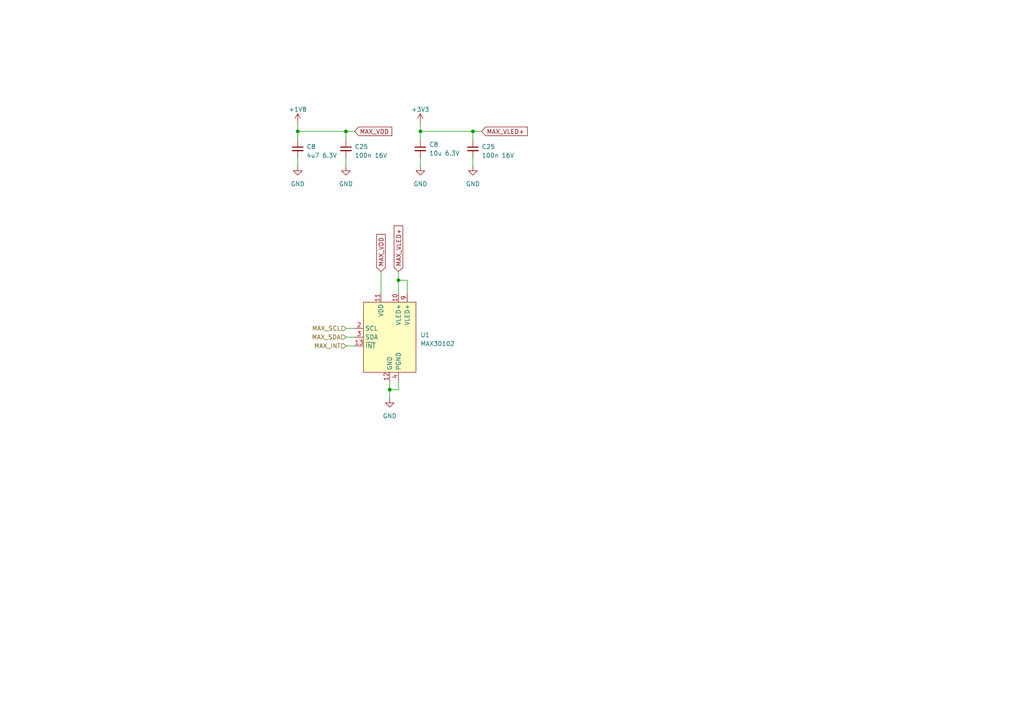
<source format=kicad_sch>
(kicad_sch (version 20230121) (generator eeschema)
  (paper "A4")
  (lib_symbols
    (symbol "ARMband:MAX30102EFD"
      (property "Reference" "U" (at 7.62 7.62 0))
      (property "Value" "MAX30102" (at 11.43 10.16 0))
      (symbol "MAX30102EFD_0_0"
        (pin unspecified line (at 2.54 10.16 270) (length 2.54) (name "VLED+") (number "10"))
        (pin unspecified line (at -2.54 10.16 270) (length 2.54) (name "VDD") (number "11"))
        (pin unspecified line (at 0 -15.24 90) (length 2.54) (name "GND") (number "12"))
        (pin unspecified line (at -10.16 -5.08 0) (length 2.54) (name "~{INT}") (number "13"))
        (pin unspecified line (at -10.16 0 0) (length 2.54) (name "SCL") (number "2"))
        (pin unspecified line (at -10.16 -2.54 0) (length 2.54) (name "SDA") (number "3"))
        (pin unspecified line (at 2.54 -15.24 90) (length 2.54) (name "PGND") (number "4"))
        (pin unspecified line (at 5.08 10.16 270) (length 2.54) (name "VLED+") (number "9"))
      )
      (symbol "MAX30102EFD_1_0"
        (pin unspecified line (at -2.54 -15.24 90) (length 2.54) hide (name "NC") (number "1"))
        (pin unspecified line (at -2.54 -15.24 90) (length 2.54) hide (name "NC") (number "14"))
        (pin unspecified line (at -2.54 -15.24 90) (length 2.54) hide (name "NC") (number "5"))
        (pin unspecified line (at -2.54 -15.24 90) (length 2.54) hide (name "NC") (number "6"))
        (pin unspecified line (at -2.54 -15.24 90) (length 2.54) hide (name "NC") (number "7"))
        (pin unspecified line (at -2.54 -15.24 90) (length 2.54) hide (name "NC") (number "8"))
      )
      (symbol "MAX30102EFD_1_1"
        (rectangle (start -7.62 7.62) (end 7.62 -12.7) (fill (type background)))
      )
    )
    (symbol "Device:C_Small" (pin_numbers hide) (pin_names (offset 0.254) hide)
      (property "Reference" "C" (at 0.254 1.778 0))
      (property "Value" "C_Small" (at 0.254 -2.032 0))
      (symbol "C_Small_0_1"
        (polyline (pts (xy -1.524 -0.508) (xy 1.524 -0.508)) (stroke (width 0.3302)))
        (polyline (pts (xy -1.524 0.508) (xy 1.524 0.508)) (stroke (width 0.3048)))
      )
      (symbol "C_Small_1_1"
        (pin passive line (at 0 2.54 270) (length 2.032) (name "~") (number "1"))
        (pin passive line (at 0 -2.54 90) (length 2.032) (name "~") (number "2"))
      )
    )
    (symbol "power:+1V8" (power) (pin_names (offset 0))
      (property "Value" "+1V8" (at 0 3.556 0))
      (symbol "+1V8_0_1"
        (polyline (pts (xy -0.762 1.27) (xy 0 2.54)))
        (polyline (pts (xy 0 0) (xy 0 2.54)))
        (polyline (pts (xy 0 2.54) (xy 0.762 1.27)))
      )
      (symbol "+1V8_1_1"
        (pin power_in line (at 0 0 90) (length 0) hide (name "+1V8") (number "1"))
      )
    )
    (symbol "power:+3V3" (power) (pin_names (offset 0))
      (property "Value" "+3V3" (at 0 3.556 0))
      (symbol "+3V3_0_1"
        (polyline (pts (xy -0.762 1.27) (xy 0 2.54)))
        (polyline (pts (xy 0 0) (xy 0 2.54)))
        (polyline (pts (xy 0 2.54) (xy 0.762 1.27)))
      )
      (symbol "+3V3_1_1"
        (pin power_in line (at 0 0 90) (length 0) hide (name "+3V3") (number "1"))
      )
    )
    (symbol "power:GND" (power) (pin_names (offset 0))
      (property "Value" "GND" (at 0 -3.81 0))
      (symbol "GND_0_1"
        (polyline (pts (xy 0 0) (xy 0 -1.27) (xy 1.27 -1.27) (xy 0 -2.54) (xy -1.27 -1.27) (xy 0 -1.27)))
      )
      (symbol "GND_1_1"
        (pin power_in line (at 0 0 270) (length 0) hide (name "GND") (number "1"))
      )
    )
  )
  (junction (at 121.92 38.1))
  (junction (at 137.16 38.1))
  (junction (at 115.57 81.28))
  (junction (at 86.36 38.1))
  (junction (at 100.33 38.1))
  (junction (at 113.03 113.03))
  (wire (pts (xy 100.33 100.33) (xy 102.87 100.33)))
  (wire (pts (xy 86.36 35.56) (xy 86.36 38.1)))
  (wire (pts (xy 118.11 81.28) (xy 118.11 85.09)))
  (wire (pts (xy 121.92 40.64) (xy 121.92 38.1)))
  (wire (pts (xy 137.16 45.72) (xy 137.16 48.26)))
  (wire (pts (xy 100.33 97.79) (xy 102.87 97.79)))
  (wire (pts (xy 100.33 40.64) (xy 100.33 38.1)))
  (wire (pts (xy 115.57 81.28) (xy 118.11 81.28)))
  (wire (pts (xy 86.36 38.1) (xy 86.36 40.64)))
  (wire (pts (xy 137.16 38.1) (xy 137.16 40.64)))
  (wire (pts (xy 137.16 38.1) (xy 139.7 38.1)))
  (wire (pts (xy 100.33 38.1) (xy 86.36 38.1)))
  (wire (pts (xy 100.33 45.72) (xy 100.33 48.26)))
  (wire (pts (xy 115.57 78.74) (xy 115.57 81.28)))
  (wire (pts (xy 121.92 38.1) (xy 137.16 38.1)))
  (wire (pts (xy 113.03 113.03) (xy 113.03 115.57)))
  (wire (pts (xy 110.49 78.74) (xy 110.49 85.09)))
  (wire (pts (xy 113.03 113.03) (xy 115.57 113.03)))
  (wire (pts (xy 121.92 35.56) (xy 121.92 38.1)))
  (wire (pts (xy 113.03 110.49) (xy 113.03 113.03)))
  (wire (pts (xy 115.57 110.49) (xy 115.57 113.03)))
  (wire (pts (xy 121.92 45.72) (xy 121.92 48.26)))
  (wire (pts (xy 100.33 95.25) (xy 102.87 95.25)))
  (wire (pts (xy 115.57 81.28) (xy 115.57 85.09)))
  (wire (pts (xy 100.33 38.1) (xy 102.87 38.1)))
  (wire (pts (xy 86.36 45.72) (xy 86.36 48.26)))
  (global_label "MAX_VDD" (shape input) (at 102.87 38.1 0) (property "Intersheetrefs" "${INTERSHEET_REFS}" (effects hide)))
  (global_label "MAX_VLED+" (shape input) (at 115.57 78.74 90) (property "Intersheetrefs" "${INTERSHEET_REFS}" (effects hide)))
  (global_label "MAX_VLED+" (shape input) (at 139.7 38.1 0) (property "Intersheetrefs" "${INTERSHEET_REFS}" (effects hide)))
  (global_label "MAX_VDD" (shape input) (at 110.49 78.74 90) (property "Intersheetrefs" "${INTERSHEET_REFS}" (effects hide)))
  (hierarchical_label "MAX_INT" (shape input) (at 100.33 100.33 180))
  (hierarchical_label "MAX_SDA" (shape input) (at 100.33 97.79 180))
  (hierarchical_label "MAX_SCL" (shape input) (at 100.33 95.25 180))
  (symbol (lib_id "power:GND") (at 113.03 115.57 0) (unit 1)
    (property "Reference" "#PWR015" (effects hide))
    (property "Value" "GND" (at 113.03 120.65 0))
    (instances (project "armband" (path "" (reference "#PWR015") (unit 1)) (path "" (reference "#PWR043") (unit 1))))
  )
  (symbol (lib_id "Device:C_Small") (at 86.36 43.18 0) (mirror y) (unit 1)
    (property "Reference" "C8" (at 88.9 42.5513 0) (effects (justify right)))
    (property "Value" "4u7 6.3V" (at 88.9 45.0913 0) (effects (justify right)))
    (property "Footprint" "Capacitor_SMD:C_0402_1005Metric" (effects hide))
    (property "Datasheet" "https://www.mouser.de/datasheet/2/585/MLCC-1837944.pdf" (effects hide))
    (property "MFN" " 187-CL05A475KQ5NRNC " (effects hide))
    (instances (project "armband" (path "" (reference "C8") (unit 1)) (path "" (reference "C30") (unit 1)) (path "" (reference "C13") (unit 1))))
  )
  (symbol (lib_id "Device:C_Small") (at 121.92 43.18 0) (mirror y) (unit 1)
    (property "Reference" "C8" (at 124.46 41.91 0) (effects (justify right)))
    (property "Value" "10u 6.3V" (at 124.46 44.45 0) (effects (justify right)))
    (property "Footprint" "Capacitor_SMD:C_0402_1005Metric" (effects hide))
    (property "Datasheet" "https://www.mouser.de/datasheet/2/281/1/GRM155R60J106ME05_01A-1983717.pdf" (effects hide))
    (property "MFN" " 81-GRM155R60J106M05D " (effects hide))
    (instances (project "armband" (path "" (reference "C8") (unit 1)) (path "" (reference "C29") (unit 1)) (path "" (reference "C11") (unit 1))))
  )
  (symbol (lib_id "power:+3V3") (at 121.92 35.56 0) (unit 1)
    (property "Reference" "#PWR019" (effects hide))
    (property "Value" "+3V3" (at 121.92 31.75 0))
    (instances (project "armband" (path "" (reference "#PWR019") (unit 1)) (path "" (reference "#PWR040") (unit 1))))
  )
  (symbol (lib_id "power:GND") (at 121.92 48.26 0) (unit 1)
    (property "Reference" "#PWR015" (effects hide))
    (property "Value" "GND" (at 121.92 53.34 0))
    (instances (project "armband" (path "" (reference "#PWR015") (unit 1)) (path "" (reference "#PWR038") (unit 1))))
  )
  (symbol (lib_id "Device:C_Small") (at 137.16 43.18 0) (mirror y) (unit 1)
    (property "Reference" "C25" (at 139.7 42.5513 0) (effects (justify right)))
    (property "Value" "100n 16V" (at 139.7 45.0913 0) (effects (justify right)))
    (property "Footprint" "Capacitor_SMD:C_0402_1005Metric" (effects hide))
    (property "Datasheet" "https://www.mouser.de/datasheet/2/447/KEM_C1005_Y5V_SMD-3316374.pdf" (effects hide))
    (property "MFN" "80-C0402C104M4V " (effects hide))
    (instances (project "armband" (path "" (reference "C25") (unit 1)) (path "" (reference "C14") (unit 1)) (path "" (reference "C12") (unit 1))))
  )
  (symbol (lib_id "ARMband:MAX30102EFD") (at 113.03 95.25 0) (unit 1)
    (property "Reference" "U1" (at 121.92 97.155 0) (effects (justify left)))
    (property "Value" "MAX30102" (at 121.92 99.695 0) (effects (justify left)))
    (property "Footprint" "ARMband:MAX30102" (effects hide))
    (property "Datasheet" "https://www.mouser.de/datasheet/2/609/MAX30102-3128143.pdf" (effects hide))
    (property "FootprintDatasheet" "https://pdfserv.maximintegrated.com/land_patterns/90-0602.PDF" (effects hide))
  )
  (symbol (lib_id "power:GND") (at 86.36 48.26 0) (unit 1)
    (property "Reference" "#PWR015" (effects hide))
    (property "Value" "GND" (at 86.36 53.34 0))
    (instances (project "armband" (path "" (reference "#PWR015") (unit 1)) (path "" (reference "#PWR037") (unit 1))))
  )
  (symbol (lib_id "power:+1V8") (at 86.36 35.56 0) (unit 1)
    (property "Reference" "#PWR024" (effects hide))
    (property "Value" "+1V8" (at 86.36 31.75 0))
    (instances (project "armband" (path "" (reference "#PWR024") (unit 1)) (path "" (reference "#PWR042") (unit 1))))
  )
  (symbol (lib_id "power:GND") (at 100.33 48.26 0) (unit 1)
    (property "Reference" "#PWR015" (effects hide))
    (property "Value" "GND" (at 100.33 53.34 0))
    (instances (project "armband" (path "" (reference "#PWR015") (unit 1)) (path "" (reference "#PWR041") (unit 1))))
  )
  (symbol (lib_id "Device:C_Small") (at 100.33 43.18 0) (mirror y) (unit 1)
    (property "Reference" "C25" (at 102.87 42.5513 0) (effects (justify right)))
    (property "Value" "100n 16V" (at 102.87 45.0913 0) (effects (justify right)))
    (property "Footprint" "Capacitor_SMD:C_0402_1005Metric" (effects hide))
    (property "Datasheet" "https://www.mouser.de/datasheet/2/447/KEM_C1005_Y5V_SMD-3316374.pdf" (effects hide))
    (property "MFN" "80-C0402C104M4V " (effects hide))
    (instances (project "armband" (path "" (reference "C25") (unit 1)) (path "" (reference "C14") (unit 1)) (path "" (reference "C14") (unit 1))))
  )
  (symbol (lib_id "power:GND") (at 137.16 48.26 0) (unit 1)
    (property "Reference" "#PWR015" (effects hide))
    (property "Value" "GND" (at 137.16 53.34 0))
    (instances (project "armband" (path "" (reference "#PWR015") (unit 1)) (path "" (reference "#PWR039") (unit 1))))
  )
)
</source>
